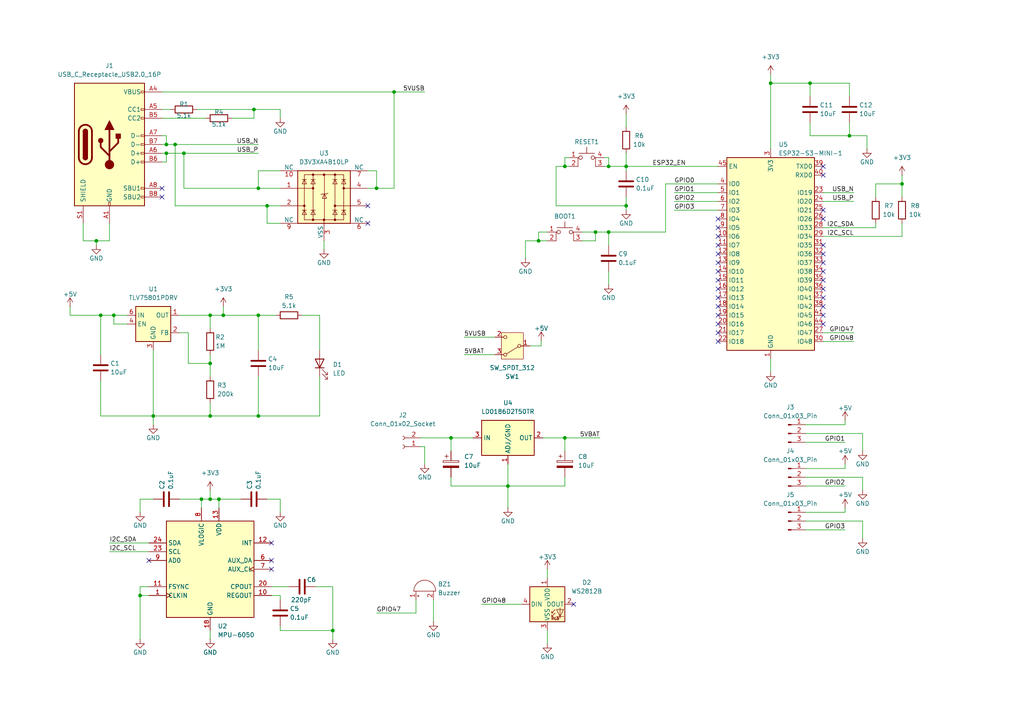
<source format=kicad_sch>
(kicad_sch (version 20231120) (generator "eeschema") (generator_version "8.0")
  (paper "A4")
  (lib_symbols
    (symbol "Connector:Conn_01x02_Socket" (pin_names (offset 1.016) hide)
      (property "Reference" "J" (at 0 2.54 0))
      (property "Value" "Conn_01x02_Socket" (at 0 -5.08 0))
      (symbol "Conn_01x02_Socket_1_1"
        (pin passive line (at -5.08 0 0) (length 3.81) (name "Pin_1") (number "1"))
        (pin passive line (at -5.08 -2.54 0) (length 3.81) (name "Pin_2") (number "2"))
      )
    )
    (symbol "Connector:Conn_01x03_Pin" (pin_names (offset 1.016) hide)
      (property "Reference" "J" (at 0 5.08 0))
      (property "Value" "Conn_01x03_Pin" (at 0 -5.08 0))
      (symbol "Conn_01x03_Pin_1_1"
        (pin passive line (at 5.08 2.54 180) (length 3.81) (name "Pin_1") (number "1"))
        (pin passive line (at 5.08 0 180) (length 3.81) (name "Pin_2") (number "2"))
        (pin passive line (at 5.08 -2.54 180) (length 3.81) (name "Pin_3") (number "3"))
      )
    )
    (symbol "Connector:USB_C_Receptacle_USB2.0_16P" (pin_names (offset 1.016))
      (property "Reference" "J" (at 0 22.225 0))
      (property "Value" "USB_C_Receptacle_USB2.0_16P" (at 0 19.685 0))
      (symbol "USB_C_Receptacle_USB2.0_16P_1_1"
        (pin passive line (at 0 -22.86 90) (length 5.08) (name "GND") (number "A1"))
        (pin passive line (at 0 -22.86 90) (length 5.08) hide (name "GND") (number "A12"))
        (pin passive line (at 15.24 15.24 180) (length 5.08) (name "VBUS") (number "A4"))
        (pin bidirectional line (at 15.24 10.16 180) (length 5.08) (name "CC1") (number "A5"))
        (pin bidirectional line (at 15.24 -2.54 180) (length 5.08) (name "D+") (number "A6"))
        (pin bidirectional line (at 15.24 2.54 180) (length 5.08) (name "D-") (number "A7"))
        (pin bidirectional line (at 15.24 -12.7 180) (length 5.08) (name "SBU1") (number "A8"))
        (pin passive line (at 15.24 15.24 180) (length 5.08) hide (name "VBUS") (number "A9"))
        (pin passive line (at 0 -22.86 90) (length 5.08) hide (name "GND") (number "B1"))
        (pin passive line (at 0 -22.86 90) (length 5.08) hide (name "GND") (number "B12"))
        (pin passive line (at 15.24 15.24 180) (length 5.08) hide (name "VBUS") (number "B4"))
        (pin bidirectional line (at 15.24 7.62 180) (length 5.08) (name "CC2") (number "B5"))
        (pin bidirectional line (at 15.24 -5.08 180) (length 5.08) (name "D+") (number "B6"))
        (pin bidirectional line (at 15.24 0 180) (length 5.08) (name "D-") (number "B7"))
        (pin bidirectional line (at 15.24 -15.24 180) (length 5.08) (name "SBU2") (number "B8"))
        (pin passive line (at 15.24 15.24 180) (length 5.08) hide (name "VBUS") (number "B9"))
        (pin passive line (at -7.62 -22.86 90) (length 5.08) (name "SHIELD") (number "S1"))
      )
    )
    (symbol "Device:Buzzer" (pin_names (offset 0.0254) hide)
      (property "Reference" "BZ" (at 3.81 1.27 0))
      (property "Value" "Buzzer" (at 3.81 -1.27 0))
      (symbol "Buzzer_1_1"
        (pin passive line (at -2.54 2.54 0) (length 2.54) (name "+") (number "1"))
        (pin passive line (at -2.54 -2.54 0) (length 2.54) (name "-") (number "2"))
      )
    )
    (symbol "Device:C" (pin_numbers hide) (pin_names (offset 0.254))
      (property "Reference" "C" (at 0.635 2.54 0))
      (property "Value" "C" (at 0.635 -2.54 0))
      (symbol "C_1_1"
        (pin passive line (at 0 3.81 270) (length 2.794) (name "~") (number "1"))
        (pin passive line (at 0 -3.81 90) (length 2.794) (name "~") (number "2"))
      )
    )
    (symbol "Device:C_Polarized" (pin_numbers hide) (pin_names (offset 0.254))
      (property "Reference" "C" (at 0.635 2.54 0))
      (property "Value" "C_Polarized" (at 0.635 -2.54 0))
      (symbol "C_Polarized_1_1"
        (pin passive line (at 0 3.81 270) (length 2.794) (name "~") (number "1"))
        (pin passive line (at 0 -3.81 90) (length 2.794) (name "~") (number "2"))
      )
    )
    (symbol "Device:LED" (pin_numbers hide) (pin_names (offset 1.016) hide)
      (property "Reference" "D" (at 0 2.54 0))
      (property "Value" "LED" (at 0 -2.54 0))
      (symbol "LED_1_1"
        (pin passive line (at -3.81 0 0) (length 2.54) (name "K") (number "1"))
        (pin passive line (at 3.81 0 180) (length 2.54) (name "A") (number "2"))
      )
    )
    (symbol "Device:R" (pin_numbers hide) (pin_names (offset 0))
      (property "Reference" "R" (at 2.032 0 90))
      (property "Value" "R" (at 0 0 90))
      (symbol "R_1_1"
        (pin passive line (at 0 3.81 270) (length 1.27) (name "~") (number "1"))
        (pin passive line (at 0 -3.81 90) (length 1.27) (name "~") (number "2"))
      )
    )
    (symbol "LED:WS2812B" (pin_names (offset 0.254))
      (property "Reference" "D" (at 5.08 5.715 0))
      (property "Value" "WS2812B" (at 1.27 -5.715 0))
      (symbol "WS2812B_0_0"
        (text "RGB" (at 2.286 -4.191 0) (effects (font (size 0.762 0.762))))
      )
      (symbol "WS2812B_1_1"
        (pin power_in line (at 0 7.62 270) (length 2.54) (name "VDD") (number "1"))
        (pin output line (at 7.62 0 180) (length 2.54) (name "DOUT") (number "2"))
        (pin power_in line (at 0 -7.62 90) (length 2.54) (name "VSS") (number "3"))
        (pin input line (at -7.62 0 0) (length 2.54) (name "DIN") (number "4"))
      )
    )
    (symbol "Power_Protection:D3V3XA4B10LP" (pin_names (offset 0))
      (property "Reference" "U" (at -0.635 8.89 0))
      (property "Value" "D3V3XA4B10LP" (at 8.89 -10.16 0))
      (symbol "D3V3XA4B10LP_1_1"
        (pin passive line (at -12.7 2.54 0) (length 5.08) (name "~") (number "1"))
        (pin free line (at -12.7 7.62 0) (length 5.08) (name "NC") (number "10"))
        (pin passive line (at -12.7 -2.54 0) (length 5.08) (name "~") (number "2"))
        (pin power_in line (at 0 -12.7 90) (length 5.08) (name "VSS") (number "3"))
        (pin passive line (at 12.7 2.54 180) (length 5.08) (name "~") (number "4"))
        (pin passive line (at 12.7 -2.54 180) (length 5.08) (name "~") (number "5"))
        (pin free line (at 12.7 -7.62 180) (length 5.08) (name "NC") (number "6"))
        (pin free line (at 12.7 7.62 180) (length 5.08) (name "NC") (number "7"))
        (pin passive line (at 0 -12.7 90) (length 5.08) hide (name "VSS") (number "8"))
        (pin free line (at -12.7 -7.62 0) (length 5.08) (name "NC") (number "9"))
      )
    )
    (symbol "RF_Module:ESP32-S3-MINI-1"
      (property "Reference" "U" (at -11.43 29.21 0))
      (property "Value" "ESP32-S3-MINI-1" (at 12.7 29.21 0))
      (symbol "ESP32-S3-MINI-1_1_1"
        (pin power_in line (at 0 -30.48 90) (length 2.54) (name "GND") (number "1"))
        (pin bidirectional line (at -15.24 5.08 0) (length 2.54) (name "IO6") (number "10"))
        (pin bidirectional line (at -15.24 2.54 0) (length 2.54) (name "IO7") (number "11"))
        (pin bidirectional line (at -15.24 0 0) (length 2.54) (name "IO8") (number "12"))
        (pin bidirectional line (at -15.24 -2.54 0) (length 2.54) (name "IO9") (number "13"))
        (pin bidirectional line (at -15.24 -5.08 0) (length 2.54) (name "IO10") (number "14"))
        (pin bidirectional line (at -15.24 -7.62 0) (length 2.54) (name "IO11") (number "15"))
        (pin bidirectional line (at -15.24 -10.16 0) (length 2.54) (name "IO12") (number "16"))
        (pin bidirectional line (at -15.24 -12.7 0) (length 2.54) (name "IO13") (number "17"))
        (pin bidirectional line (at -15.24 -15.24 0) (length 2.54) (name "IO14") (number "18"))
        (pin bidirectional line (at -15.24 -17.78 0) (length 2.54) (name "IO15") (number "19"))
        (pin passive line (at 0 -30.48 90) (length 2.54) hide (name "GND") (number "2"))
        (pin bidirectional line (at -15.24 -20.32 0) (length 2.54) (name "IO16") (number "20"))
        (pin bidirectional line (at -15.24 -22.86 0) (length 2.54) (name "IO17") (number "21"))
        (pin bidirectional line (at -15.24 -25.4 0) (length 2.54) (name "IO18") (number "22"))
        (pin bidirectional line (at 15.24 17.78 180) (length 2.54) (name "IO19") (number "23"))
        (pin bidirectional line (at 15.24 15.24 180) (length 2.54) (name "IO20") (number "24"))
        (pin bidirectional line (at 15.24 12.7 180) (length 2.54) (name "IO21") (number "25"))
        (pin bidirectional line (at 15.24 10.16 180) (length 2.54) (name "IO26") (number "26"))
        (pin bidirectional line (at 15.24 -22.86 180) (length 2.54) (name "IO47") (number "27"))
        (pin bidirectional line (at 15.24 7.62 180) (length 2.54) (name "IO33") (number "28"))
        (pin bidirectional line (at 15.24 5.08 180) (length 2.54) (name "IO34") (number "29"))
        (pin power_in line (at 0 30.48 270) (length 2.54) (name "3V3") (number "3"))
        (pin bidirectional line (at 15.24 -25.4 180) (length 2.54) (name "IO48") (number "30"))
        (pin bidirectional line (at 15.24 2.54 180) (length 2.54) (name "IO35") (number "31"))
        (pin bidirectional line (at 15.24 0 180) (length 2.54) (name "IO36") (number "32"))
        (pin bidirectional line (at 15.24 -2.54 180) (length 2.54) (name "IO37") (number "33"))
        (pin bidirectional line (at 15.24 -5.08 180) (length 2.54) (name "IO38") (number "34"))
        (pin bidirectional line (at 15.24 -7.62 180) (length 2.54) (name "IO39") (number "35"))
        (pin bidirectional line (at 15.24 -10.16 180) (length 2.54) (name "IO40") (number "36"))
        (pin bidirectional line (at 15.24 -12.7 180) (length 2.54) (name "IO41") (number "37"))
        (pin bidirectional line (at 15.24 -15.24 180) (length 2.54) (name "IO42") (number "38"))
        (pin bidirectional line (at 15.24 25.4 180) (length 2.54) (name "TXD0") (number "39"))
        (pin bidirectional line (at -15.24 20.32 0) (length 2.54) (name "IO0") (number "4"))
        (pin bidirectional line (at 15.24 22.86 180) (length 2.54) (name "RXD0") (number "40"))
        (pin bidirectional line (at 15.24 -17.78 180) (length 2.54) (name "IO45") (number "41"))
        (pin passive line (at 0 -30.48 90) (length 2.54) hide (name "GND") (number "42"))
        (pin passive line (at 0 -30.48 90) (length 2.54) hide (name "GND") (number "43"))
        (pin bidirectional line (at 15.24 -20.32 180) (length 2.54) (name "IO46") (number "44"))
        (pin input line (at -15.24 25.4 0) (length 2.54) (name "EN") (number "45"))
        (pin passive line (at 0 -30.48 90) (length 2.54) hide (name "GND") (number "46"))
        (pin passive line (at 0 -30.48 90) (length 2.54) hide (name "GND") (number "47"))
        (pin passive line (at 0 -30.48 90) (length 2.54) hide (name "GND") (number "48"))
        (pin passive line (at 0 -30.48 90) (length 2.54) hide (name "GND") (number "49"))
        (pin bidirectional line (at -15.24 17.78 0) (length 2.54) (name "IO1") (number "5"))
        (pin passive line (at 0 -30.48 90) (length 2.54) hide (name "GND") (number "50"))
        (pin passive line (at 0 -30.48 90) (length 2.54) hide (name "GND") (number "51"))
        (pin passive line (at 0 -30.48 90) (length 2.54) hide (name "GND") (number "52"))
        (pin passive line (at 0 -30.48 90) (length 2.54) hide (name "GND") (number "53"))
        (pin passive line (at 0 -30.48 90) (length 2.54) hide (name "GND") (number "54"))
        (pin passive line (at 0 -30.48 90) (length 2.54) hide (name "GND") (number "55"))
        (pin passive line (at 0 -30.48 90) (length 2.54) hide (name "GND") (number "56"))
        (pin passive line (at 0 -30.48 90) (length 2.54) hide (name "GND") (number "57"))
        (pin passive line (at 0 -30.48 90) (length 2.54) hide (name "GND") (number "58"))
        (pin passive line (at 0 -30.48 90) (length 2.54) hide (name "GND") (number "59"))
        (pin bidirectional line (at -15.24 15.24 0) (length 2.54) (name "IO2") (number "6"))
        (pin passive line (at 0 -30.48 90) (length 2.54) hide (name "GND") (number "60"))
        (pin passive line (at 0 -30.48 90) (length 2.54) hide (name "GND") (number "61"))
        (pin passive line (at 0 -30.48 90) (length 2.54) hide (name "GND") (number "62"))
        (pin passive line (at 0 -30.48 90) (length 2.54) hide (name "GND") (number "63"))
        (pin passive line (at 0 -30.48 90) (length 2.54) hide (name "GND") (number "64"))
        (pin passive line (at 0 -30.48 90) (length 2.54) hide (name "GND") (number "65"))
        (pin bidirectional line (at -15.24 12.7 0) (length 2.54) (name "IO3") (number "7"))
        (pin bidirectional line (at -15.24 10.16 0) (length 2.54) (name "IO4") (number "8"))
        (pin bidirectional line (at -15.24 7.62 0) (length 2.54) (name "IO5") (number "9"))
      )
    )
    (symbol "Regulator_Linear:LD0186D2T50TR"
      (property "Reference" "U" (at 0 10.16 0))
      (property "Value" "LD0186D2T50TR" (at 0 7.62 0))
      (symbol "LD0186D2T50TR_1_1"
        (pin input line (at 0 -7.62 90) (length 2.54) (name "ADJ/GND") (number "1"))
        (pin power_out line (at 10.16 0 180) (length 2.54) (name "OUT") (number "2"))
        (pin power_in line (at -10.16 0 0) (length 2.54) (name "IN") (number "3"))
      )
    )
    (symbol "Regulator_Linear:TLV75801PDRV"
      (property "Reference" "U" (at -3.81 6.35 0))
      (property "Value" "TLV75801PDRV" (at 0 6.35 0))
      (symbol "TLV75801PDRV_1_1"
        (pin power_out line (at 7.62 2.54 180) (length 2.54) (name "OUT") (number "1"))
        (pin input line (at 7.62 -2.54 180) (length 2.54) (name "FB") (number "2"))
        (pin power_in line (at 0 -7.62 90) (length 2.54) (name "GND") (number "3"))
        (pin input line (at -7.62 0 0) (length 2.54) (name "EN") (number "4"))
        (pin no_connect line (at 5.08 0 180) (length 2.54) hide (name "DNC") (number "5"))
        (pin power_in line (at -7.62 2.54 0) (length 2.54) (name "IN") (number "6"))
        (pin passive line (at 0 -7.62 90) (length 2.54) hide (name "GND") (number "7"))
      )
    )
    (symbol "Sensor_Motion:MPU-6050"
      (property "Reference" "U" (at -11.43 13.97 0))
      (property "Value" "MPU-6050" (at 7.62 -15.24 0))
      (symbol "MPU-6050_0_0"
        (text "" (at 12.7 -2.54 0) (effects (font (size 1.27 1.27))))
      )
      (symbol "MPU-6050_1_1"
        (pin input clock (at -17.78 -7.62 0) (length 5.08) (name "CLKIN") (number "1"))
        (pin passive line (at 17.78 -7.62 180) (length 5.08) (name "REGOUT") (number "10"))
        (pin input line (at -17.78 -5.08 0) (length 5.08) (name "FSYNC") (number "11"))
        (pin output line (at 17.78 7.62 180) (length 5.08) (name "INT") (number "12"))
        (pin power_in line (at 2.54 17.78 270) (length 3.81) (name "VDD") (number "13"))
        (pin no_connect line (at -12.7 -10.16 0) (length 2.54) hide (name "NC") (number "14"))
        (pin no_connect line (at 12.7 12.7 180) (length 2.54) hide (name "NC") (number "15"))
        (pin no_connect line (at 12.7 10.16 180) (length 2.54) hide (name "NC") (number "16"))
        (pin no_connect line (at 12.7 5.08 180) (length 2.54) hide (name "NC") (number "17"))
        (pin power_in line (at 0 -17.78 90) (length 3.81) (name "GND") (number "18"))
        (pin no_connect line (at 12.7 -10.16 180) (length 2.54) hide (name "RESV") (number "19"))
        (pin no_connect line (at -12.7 12.7 0) (length 2.54) hide (name "NC") (number "2"))
        (pin passive line (at 17.78 -5.08 180) (length 5.08) (name "CPOUT") (number "20"))
        (pin no_connect line (at 12.7 -2.54 180) (length 2.54) hide (name "RESV") (number "21"))
        (pin no_connect line (at 12.7 -12.7 180) (length 2.54) hide (name "RESV") (number "22"))
        (pin input line (at -17.78 5.08 0) (length 5.08) (name "SCL") (number "23"))
        (pin bidirectional line (at -17.78 7.62 0) (length 5.08) (name "SDA") (number "24"))
        (pin no_connect line (at -12.7 10.16 0) (length 2.54) hide (name "NC") (number "3"))
        (pin no_connect line (at -12.7 0 0) (length 2.54) hide (name "NC") (number "4"))
        (pin no_connect line (at -12.7 -2.54 0) (length 2.54) hide (name "NC") (number "5"))
        (pin bidirectional line (at 17.78 2.54 180) (length 5.08) (name "AUX_DA") (number "6"))
        (pin output clock (at 17.78 0 180) (length 5.08) (name "AUX_CL") (number "7"))
        (pin power_in line (at -2.54 17.78 270) (length 3.81) (name "VLOGIC") (number "8"))
        (pin input line (at -17.78 2.54 0) (length 5.08) (name "AD0") (number "9"))
      )
    )
    (symbol "Switch:SW_MEC_5E" (pin_names (offset 1.016) hide)
      (property "Reference" "SW" (at 0.635 5.715 0))
      (property "Value" "SW_MEC_5E" (at 0 -3.175 0))
      (symbol "SW_MEC_5E_0_1"
        (pin passive line (at -5.08 2.54 0) (length 2.54) (name "1") (number "1"))
        (pin passive line (at -5.08 0 0) (length 2.54) (name "2") (number "2"))
        (pin passive line (at 5.08 0 180) (length 2.54) (name "K") (number "3"))
        (pin passive line (at 5.08 2.54 180) (length 2.54) (name "A") (number "4"))
      )
    )
    (symbol "Switch:SW_SPDT_312" (pin_names (offset 1) hide)
      (property "Reference" "SW" (at 0 5.08 0))
      (property "Value" "SW_SPDT_312" (at 0 -5.08 0))
      (symbol "SW_SPDT_312_1_1"
        (pin passive line (at -5.08 0 0) (length 2.54) (name "B") (number "1"))
        (pin passive line (at 5.08 -2.54 180) (length 2.54) (name "C") (number "2"))
        (pin passive line (at 5.08 2.54 180) (length 2.54) (name "A") (number "3"))
      )
    )
    (symbol "power:+3V3" (power) (pin_numbers hide) (pin_names (offset 0) hide)
      (property "Value" "+3V3" (at 0 3.556 0))
      (symbol "+3V3_1_1"
        (pin power_in line (at 0 0 90) (length 0) (name "~") (number "1"))
      )
    )
    (symbol "power:+5V" (power) (pin_numbers hide) (pin_names (offset 0) hide)
      (property "Value" "+5V" (at 0 3.556 0))
      (symbol "+5V_1_1"
        (pin power_in line (at 0 0 90) (length 0) (name "~") (number "1"))
      )
    )
    (symbol "power:GND" (power) (pin_numbers hide) (pin_names (offset 0) hide)
      (property "Value" "GND" (at 0 -3.81 0))
      (symbol "GND_1_1"
        (pin power_in line (at 0 0 270) (length 0) (name "~") (number "1"))
      )
    )
  )
  (junction (at 58.42 144.78))
  (junction (at 74.93 91.44))
  (junction (at 96.52 182.88))
  (junction (at 109.22 54.61))
  (junction (at 114.3 26.67))
  (junction (at 60.96 91.44))
  (junction (at 74.93 54.61))
  (junction (at 60.96 120.65))
  (junction (at 163.83 48.26))
  (junction (at 63.5 144.78))
  (junction (at 223.52 24.13))
  (junction (at 29.21 91.44))
  (junction (at 60.96 105.41))
  (junction (at 163.83 127))
  (junction (at 77.47 59.69))
  (junction (at 130.81 127))
  (junction (at 27.94 69.85))
  (junction (at 44.45 120.65))
  (junction (at 74.93 120.65))
  (junction (at 64.77 91.44))
  (junction (at 60.96 144.78))
  (junction (at 50.8 41.91))
  (junction (at 172.72 67.31))
  (junction (at 147.32 140.97))
  (junction (at 176.53 67.31))
  (junction (at 73.66 31.75))
  (junction (at 261.62 53.34))
  (junction (at 176.53 48.26))
  (junction (at 181.61 48.26))
  (junction (at 156.21 69.85))
  (junction (at 234.95 24.13))
  (junction (at 40.64 172.72))
  (junction (at 48.26 41.91))
  (junction (at 33.02 91.44))
  (junction (at 181.61 59.69))
  (junction (at 246.38 39.37))
  (junction (at 48.26 44.45))
  (junction (at 53.34 44.45))
  (no_connect (at 238.76 86.36))
  (no_connect (at 46.99 54.61))
  (no_connect (at 78.74 162.56))
  (no_connect (at 46.99 57.15))
  (no_connect (at 238.76 71.12))
  (no_connect (at 238.76 78.74))
  (no_connect (at 106.68 64.77))
  (no_connect (at 208.28 71.12))
  (no_connect (at 166.37 175.26))
  (no_connect (at 208.28 81.28))
  (no_connect (at 238.76 76.2))
  (no_connect (at 208.28 96.52))
  (no_connect (at 238.76 91.44))
  (no_connect (at 208.28 88.9))
  (no_connect (at 238.76 60.96))
  (no_connect (at 238.76 73.66))
  (no_connect (at 208.28 86.36))
  (no_connect (at 78.74 157.48))
  (no_connect (at 238.76 48.26))
  (no_connect (at 208.28 99.06))
  (no_connect (at 238.76 93.98))
  (no_connect (at 208.28 91.44))
  (no_connect (at 238.76 83.82))
  (no_connect (at 208.28 73.66))
  (no_connect (at 106.68 59.69))
  (no_connect (at 208.28 63.5))
  (no_connect (at 238.76 63.5))
  (no_connect (at 238.76 50.8))
  (no_connect (at 208.28 76.2))
  (no_connect (at 208.28 93.98))
  (no_connect (at 43.18 162.56))
  (no_connect (at 208.28 66.04))
  (no_connect (at 238.76 81.28))
  (no_connect (at 208.28 78.74))
  (no_connect (at 78.74 165.1))
  (no_connect (at 208.28 83.82))
  (no_connect (at 208.28 68.58))
  (no_connect (at 238.76 88.9))
  (wire (pts (xy 53.34 44.45) (xy 53.34 54.61)))
  (wire (pts (xy 109.22 54.61) (xy 114.3 54.61)))
  (wire (pts (xy 233.68 153.67) (xy 245.11 153.67)))
  (wire (pts (xy 54.61 105.41) (xy 60.96 105.41)))
  (wire (pts (xy 60.96 105.41) (xy 60.96 109.22)))
  (wire (pts (xy 29.21 120.65) (xy 29.21 110.49)))
  (wire (pts (xy 158.75 67.31) (xy 156.21 67.31)))
  (wire (pts (xy 238.76 66.04) (xy 254 66.04)))
  (wire (pts (xy 161.29 59.69) (xy 161.29 48.26)))
  (wire (pts (xy 93.98 72.39) (xy 93.98 69.85)))
  (wire (pts (xy 245.11 121.92) (xy 245.11 123.19)))
  (wire (pts (xy 238.76 58.42) (xy 247.65 58.42)))
  (wire (pts (xy 40.64 144.78) (xy 44.45 144.78)))
  (wire (pts (xy 223.52 21.59) (xy 223.52 24.13)))
  (wire (pts (xy 233.68 140.97) (xy 245.11 140.97)))
  (wire (pts (xy 27.94 69.85) (xy 27.94 71.12)))
  (wire (pts (xy 238.76 55.88) (xy 247.65 55.88)))
  (wire (pts (xy 44.45 101.6) (xy 44.45 120.65)))
  (wire (pts (xy 60.96 182.88) (xy 60.96 185.42)))
  (wire (pts (xy 147.32 134.62) (xy 147.32 140.97)))
  (wire (pts (xy 181.61 36.83) (xy 181.61 33.02)))
  (wire (pts (xy 238.76 99.06) (xy 247.65 99.06)))
  (wire (pts (xy 27.94 69.85) (xy 31.75 69.85)))
  (wire (pts (xy 31.75 157.48) (xy 43.18 157.48)))
  (wire (pts (xy 44.45 120.65) (xy 44.45 123.19)))
  (wire (pts (xy 74.93 54.61) (xy 53.34 54.61)))
  (wire (pts (xy 77.47 59.69) (xy 50.8 59.69)))
  (wire (pts (xy 130.81 127) (xy 130.81 130.81)))
  (wire (pts (xy 109.22 49.53) (xy 109.22 54.61)))
  (wire (pts (xy 24.13 69.85) (xy 27.94 69.85)))
  (wire (pts (xy 60.96 120.65) (xy 44.45 120.65)))
  (wire (pts (xy 163.83 48.26) (xy 165.1 48.26)))
  (wire (pts (xy 48.26 46.99) (xy 48.26 44.45)))
  (wire (pts (xy 20.32 91.44) (xy 20.32 88.9)))
  (wire (pts (xy 121.92 127) (xy 130.81 127)))
  (wire (pts (xy 233.68 138.43) (xy 250.19 138.43)))
  (wire (pts (xy 181.61 48.26) (xy 208.28 48.26)))
  (wire (pts (xy 74.93 91.44) (xy 74.93 101.6)))
  (wire (pts (xy 250.19 125.73) (xy 250.19 130.81)))
  (wire (pts (xy 143.51 97.79) (xy 134.62 97.79)))
  (wire (pts (xy 139.7 175.26) (xy 151.13 175.26)))
  (wire (pts (xy 73.66 34.29) (xy 73.66 31.75)))
  (wire (pts (xy 33.02 93.98) (xy 33.02 91.44)))
  (wire (pts (xy 163.83 127) (xy 163.83 130.81)))
  (wire (pts (xy 81.28 54.61) (xy 74.93 54.61)))
  (wire (pts (xy 147.32 140.97) (xy 147.32 147.32)))
  (wire (pts (xy 81.28 172.72) (xy 81.28 173.99)))
  (wire (pts (xy 234.95 35.56) (xy 234.95 39.37)))
  (wire (pts (xy 73.66 31.75) (xy 81.28 31.75)))
  (wire (pts (xy 60.96 91.44) (xy 64.77 91.44)))
  (wire (pts (xy 176.53 67.31) (xy 193.04 67.31)))
  (wire (pts (xy 54.61 96.52) (xy 54.61 105.41)))
  (wire (pts (xy 246.38 35.56) (xy 246.38 39.37)))
  (wire (pts (xy 96.52 170.18) (xy 96.52 182.88)))
  (wire (pts (xy 156.21 69.85) (xy 158.75 69.85)))
  (wire (pts (xy 60.96 116.84) (xy 60.96 120.65)))
  (wire (pts (xy 29.21 91.44) (xy 29.21 102.87)))
  (wire (pts (xy 50.8 41.91) (xy 50.8 59.69)))
  (wire (pts (xy 234.95 24.13) (xy 246.38 24.13)))
  (wire (pts (xy 156.21 69.85) (xy 152.4 69.85)))
  (wire (pts (xy 29.21 91.44) (xy 33.02 91.44)))
  (wire (pts (xy 233.68 125.73) (xy 250.19 125.73)))
  (wire (pts (xy 114.3 26.67) (xy 123.19 26.67)))
  (wire (pts (xy 172.72 69.85) (xy 172.72 67.31)))
  (wire (pts (xy 176.53 48.26) (xy 181.61 48.26)))
  (wire (pts (xy 193.04 53.34) (xy 208.28 53.34)))
  (wire (pts (xy 195.58 55.88) (xy 208.28 55.88)))
  (wire (pts (xy 44.45 120.65) (xy 29.21 120.65)))
  (wire (pts (xy 123.19 129.54) (xy 123.19 134.62)))
  (wire (pts (xy 63.5 144.78) (xy 63.5 147.32)))
  (wire (pts (xy 223.52 24.13) (xy 234.95 24.13)))
  (wire (pts (xy 163.83 138.43) (xy 163.83 140.97)))
  (wire (pts (xy 60.96 91.44) (xy 52.07 91.44)))
  (wire (pts (xy 245.11 123.19) (xy 233.68 123.19)))
  (wire (pts (xy 46.99 44.45) (xy 48.26 44.45)))
  (wire (pts (xy 176.53 78.74) (xy 176.53 82.55)))
  (wire (pts (xy 121.92 129.54) (xy 123.19 129.54)))
  (wire (pts (xy 63.5 144.78) (xy 69.85 144.78)))
  (wire (pts (xy 60.96 142.24) (xy 60.96 144.78)))
  (wire (pts (xy 78.74 170.18) (xy 83.82 170.18)))
  (wire (pts (xy 251.46 39.37) (xy 251.46 43.18)))
  (wire (pts (xy 193.04 67.31) (xy 193.04 53.34)))
  (wire (pts (xy 181.61 57.15) (xy 181.61 59.69)))
  (wire (pts (xy 92.71 120.65) (xy 74.93 120.65)))
  (wire (pts (xy 20.32 91.44) (xy 29.21 91.44)))
  (wire (pts (xy 46.99 34.29) (xy 59.69 34.29)))
  (wire (pts (xy 233.68 128.27) (xy 245.11 128.27)))
  (wire (pts (xy 254 57.15) (xy 254 53.34)))
  (wire (pts (xy 74.93 49.53) (xy 74.93 54.61)))
  (wire (pts (xy 50.8 41.91) (xy 74.93 41.91)))
  (wire (pts (xy 161.29 48.26) (xy 163.83 48.26)))
  (wire (pts (xy 40.64 148.59) (xy 40.64 144.78)))
  (wire (pts (xy 163.83 127) (xy 173.99 127)))
  (wire (pts (xy 60.96 95.25) (xy 60.96 91.44)))
  (wire (pts (xy 175.26 48.26) (xy 176.53 48.26)))
  (wire (pts (xy 157.48 127) (xy 163.83 127)))
  (wire (pts (xy 156.972 100.33) (xy 153.67 100.33)))
  (wire (pts (xy 158.75 167.64) (xy 158.75 165.1)))
  (wire (pts (xy 52.07 96.52) (xy 54.61 96.52)))
  (wire (pts (xy 261.62 50.8) (xy 261.62 53.34)))
  (wire (pts (xy 48.26 39.37) (xy 48.26 41.91)))
  (wire (pts (xy 223.52 43.18) (xy 223.52 24.13)))
  (wire (pts (xy 46.99 46.99) (xy 48.26 46.99)))
  (wire (pts (xy 158.75 186.69) (xy 158.75 182.88)))
  (wire (pts (xy 125.73 180.34) (xy 125.73 173.99)))
  (wire (pts (xy 46.99 26.67) (xy 114.3 26.67)))
  (wire (pts (xy 74.93 109.22) (xy 74.93 120.65)))
  (wire (pts (xy 245.11 148.59) (xy 233.68 148.59)))
  (wire (pts (xy 46.99 39.37) (xy 48.26 39.37)))
  (wire (pts (xy 57.15 31.75) (xy 73.66 31.75)))
  (wire (pts (xy 233.68 151.13) (xy 250.19 151.13)))
  (wire (pts (xy 181.61 44.45) (xy 181.61 48.26)))
  (wire (pts (xy 223.52 104.14) (xy 223.52 107.95)))
  (wire (pts (xy 234.95 39.37) (xy 246.38 39.37)))
  (wire (pts (xy 254 53.34) (xy 261.62 53.34)))
  (wire (pts (xy 31.75 64.77) (xy 31.75 69.85)))
  (wire (pts (xy 168.91 67.31) (xy 172.72 67.31)))
  (wire (pts (xy 31.75 160.02) (xy 43.18 160.02)))
  (wire (pts (xy 106.68 54.61) (xy 109.22 54.61)))
  (wire (pts (xy 81.28 64.77) (xy 77.47 64.77)))
  (wire (pts (xy 64.77 88.9) (xy 64.77 91.44)))
  (wire (pts (xy 172.72 67.31) (xy 176.53 67.31)))
  (wire (pts (xy 81.28 31.75) (xy 81.28 34.29)))
  (wire (pts (xy 52.07 144.78) (xy 58.42 144.78)))
  (wire (pts (xy 261.62 68.58) (xy 261.62 64.77)))
  (wire (pts (xy 81.28 181.61) (xy 81.28 182.88)))
  (wire (pts (xy 245.11 147.32) (xy 245.11 148.59)))
  (wire (pts (xy 163.83 140.97) (xy 147.32 140.97)))
  (wire (pts (xy 40.64 170.18) (xy 40.64 172.72)))
  (wire (pts (xy 176.53 67.31) (xy 176.53 71.12)))
  (wire (pts (xy 152.4 69.85) (xy 152.4 74.93)))
  (wire (pts (xy 81.28 148.59) (xy 81.28 144.78)))
  (wire (pts (xy 92.71 91.44) (xy 92.71 101.6)))
  (wire (pts (xy 64.77 91.44) (xy 74.93 91.44)))
  (wire (pts (xy 250.19 138.43) (xy 250.19 142.24)))
  (wire (pts (xy 48.26 41.91) (xy 50.8 41.91)))
  (wire (pts (xy 250.19 151.13) (xy 250.19 156.21)))
  (wire (pts (xy 130.81 138.43) (xy 130.81 140.97)))
  (wire (pts (xy 92.71 109.22) (xy 92.71 120.65)))
  (wire (pts (xy 165.1 45.72) (xy 163.83 45.72)))
  (wire (pts (xy 181.61 59.69) (xy 181.61 60.96)))
  (wire (pts (xy 40.64 172.72) (xy 40.64 185.42)))
  (wire (pts (xy 67.31 34.29) (xy 73.66 34.29)))
  (wire (pts (xy 81.28 59.69) (xy 77.47 59.69)))
  (wire (pts (xy 120.65 173.99) (xy 120.65 177.8)))
  (wire (pts (xy 181.61 48.26) (xy 181.61 49.53)))
  (wire (pts (xy 24.13 64.77) (xy 24.13 69.85)))
  (wire (pts (xy 175.26 45.72) (xy 176.53 45.72)))
  (wire (pts (xy 74.93 120.65) (xy 60.96 120.65)))
  (wire (pts (xy 106.68 49.53) (xy 109.22 49.53)))
  (wire (pts (xy 53.34 44.45) (xy 74.93 44.45)))
  (wire (pts (xy 161.29 59.69) (xy 181.61 59.69)))
  (wire (pts (xy 60.96 102.87) (xy 60.96 105.41)))
  (wire (pts (xy 245.11 135.89) (xy 233.68 135.89)))
  (wire (pts (xy 91.44 170.18) (xy 96.52 170.18)))
  (wire (pts (xy 143.51 102.87) (xy 134.62 102.87)))
  (wire (pts (xy 114.3 54.61) (xy 114.3 26.67)))
  (wire (pts (xy 261.62 53.34) (xy 261.62 57.15)))
  (wire (pts (xy 60.96 144.78) (xy 63.5 144.78)))
  (wire (pts (xy 246.38 39.37) (xy 251.46 39.37)))
  (wire (pts (xy 46.99 31.75) (xy 49.53 31.75)))
  (wire (pts (xy 156.972 100.33) (xy 156.972 98.806)))
  (wire (pts (xy 238.76 68.58) (xy 261.62 68.58)))
  (wire (pts (xy 48.26 44.45) (xy 53.34 44.45)))
  (wire (pts (xy 77.47 64.77) (xy 77.47 59.69)))
  (wire (pts (xy 81.28 49.53) (xy 74.93 49.53)))
  (wire (pts (xy 87.63 91.44) (xy 92.71 91.44)))
  (wire (pts (xy 130.81 140.97) (xy 147.32 140.97)))
  (wire (pts (xy 195.58 58.42) (xy 208.28 58.42)))
  (wire (pts (xy 78.74 172.72) (xy 81.28 172.72)))
  (wire (pts (xy 40.64 172.72) (xy 43.18 172.72)))
  (wire (pts (xy 246.38 27.94) (xy 246.38 24.13)))
  (wire (pts (xy 168.91 69.85) (xy 172.72 69.85)))
  (wire (pts (xy 156.21 67.31) (xy 156.21 69.85)))
  (wire (pts (xy 81.28 182.88) (xy 96.52 182.88)))
  (wire (pts (xy 43.18 170.18) (xy 40.64 170.18)))
  (wire (pts (xy 109.22 177.8) (xy 120.65 177.8)))
  (wire (pts (xy 33.02 91.44) (xy 36.83 91.44)))
  (wire (pts (xy 163.83 45.72) (xy 163.83 48.26)))
  (wire (pts (xy 254 64.77) (xy 254 66.04)))
  (wire (pts (xy 46.99 41.91) (xy 48.26 41.91)))
  (wire (pts (xy 81.28 144.78) (xy 77.47 144.78)))
  (wire (pts (xy 176.53 45.72) (xy 176.53 48.26)))
  (wire (pts (xy 74.93 91.44) (xy 80.01 91.44)))
  (wire (pts (xy 36.83 93.98) (xy 33.02 93.98)))
  (wire (pts (xy 195.58 60.96) (xy 208.28 60.96)))
  (wire (pts (xy 58.42 144.78) (xy 60.96 144.78)))
  (wire (pts (xy 130.81 127) (xy 137.16 127)))
  (wire (pts (xy 234.95 24.13) (xy 234.95 27.94)))
  (wire (pts (xy 245.11 134.62) (xy 245.11 135.89)))
  (wire (pts (xy 58.42 144.78) (xy 58.42 147.32)))
  (wire (pts (xy 238.76 96.52) (xy 247.65 96.52)))
  (wire (pts (xy 96.52 182.88) (xy 96.52 185.42)))
  (label "5VUSB" (at 123.19 26.67 180))
  (label "I2C_SCL" (at 31.75 160.02 0))
  (label "I2C_SDA" (at 31.75 157.48 0))
  (label "GPIO47" (at 247.65 96.52 180))
  (label "USB_N" (at 247.65 55.88 180))
  (label "GPIO1" (at 245.11 128.27 180))
  (label "I2C_SCL" (at 247.65 68.58 180))
  (label "5VUSB" (at 134.62 97.79 0))
  (label "I2C_SDA" (at 247.65 66.04 180))
  (label "GPIO3" (at 195.58 60.96 0))
  (label "5VBAT" (at 134.62 102.87 0))
  (label "GPIO1" (at 195.58 55.88 0))
  (label "GPIO2" (at 195.58 58.42 0))
  (label "GPIO48" (at 139.7 175.26 0))
  (label "GPIO2" (at 245.11 140.97 180))
  (label "GPIO48" (at 247.65 99.06 180))
  (label "5VBAT" (at 173.99 127 180))
  (label "USB_P" (at 247.65 58.42 180))
  (label "GPIO0" (at 195.58 53.34 0))
  (label "GPIO47" (at 109.22 177.8 0))
  (label "USB_P" (at 74.93 44.45 180))
  (label "ESP32_EN" (at 189.23 48.26 0))
  (label "GPIO3" (at 245.11 153.67 180))
  (label "USB_N" (at 74.93 41.91 180))
  (symbol (lib_id "Device:C") (at 87.63 170.18 90) (unit 1)
    (property "Reference" "C6" (at 91.694 168.148 90) (effects (justify left)))
    (property "Value" "220pF" (at 90.424 173.99 90) (effects (justify left)))
    (property "Footprint" "Capacitor_SMD:C_0603_1608Metric" (effects (hide yes)))
    (property "Description" "Unpolarized capacitor" (effects (hide yes)))
  )
  (symbol (lib_id "power:+5V") (at 245.11 134.62 0) (unit 1)
    (property "Reference" "#PWR026" (effects (hide yes)))
    (property "Value" "+5V" (at 245.11 130.81 0))
    (property "Description" "Power symbol creates a global label with name \"+5V\"" (effects (hide yes)))
  )
  (symbol (lib_id "power:GND") (at 152.4 74.93 0) (unit 1)
    (property "Reference" "#PWR016" (effects (hide yes)))
    (property "Value" "GND" (at 152.4 78.74 0))
    (property "Description" "Power symbol creates a global label with name \"GND\" , ground" (effects (hide yes)))
  )
  (symbol (lib_id "power:GND") (at 40.64 185.42 0) (unit 1)
    (property "Reference" "#PWR04" (effects (hide yes)))
    (property "Value" "GND" (at 40.64 189.23 0))
    (property "Description" "Power symbol creates a global label with name \"GND\" , ground" (effects (hide yes)))
  )
  (symbol (lib_id "Device:R") (at 181.61 40.64 180) (unit 1)
    (property "Reference" "R6" (at 185.42 39.37 0))
    (property "Value" "10k" (at 185.42 41.91 0))
    (property "Footprint" "Resistor_SMD:R_0603_1608Metric" (effects (hide yes)))
    (property "Description" "Resistor" (effects (hide yes)))
  )
  (symbol (lib_id "power:GND") (at 250.19 130.81 0) (unit 1)
    (property "Reference" "#PWR028" (effects (hide yes)))
    (property "Value" "GND" (at 250.19 134.62 0))
    (property "Description" "Power symbol creates a global label with name \"GND\" , ground" (effects (hide yes)))
  )
  (symbol (lib_id "power:GND") (at 96.52 185.42 0) (unit 1)
    (property "Reference" "#PWR012" (effects (hide yes)))
    (property "Value" "GND" (at 96.52 189.23 0))
    (property "Description" "Power symbol creates a global label with name \"GND\" , ground" (effects (hide yes)))
  )
  (symbol (lib_id "power:+5V") (at 245.11 147.32 0) (unit 1)
    (property "Reference" "#PWR027" (effects (hide yes)))
    (property "Value" "+5V" (at 245.11 143.51 0))
    (property "Description" "Power symbol creates a global label with name \"+5V\"" (effects (hide yes)))
  )
  (symbol (lib_id "power:+3V3") (at 261.62 50.8 0) (unit 1)
    (property "Reference" "#PWR032" (effects (hide yes)))
    (property "Value" "+3V3" (at 261.62 45.72 0))
    (property "Description" "Power symbol creates a global label with name \"+3V3\"" (effects (hide yes)))
  )
  (symbol (lib_id "power:GND") (at 81.28 34.29 0) (unit 1)
    (property "Reference" "#PWR09" (effects (hide yes)))
    (property "Value" "GND" (at 81.28 38.1 0))
    (property "Description" "Power symbol creates a global label with name \"GND\" , ground" (effects (hide yes)))
  )
  (symbol (lib_id "power:GND") (at 93.98 72.39 0) (unit 1)
    (property "Reference" "#PWR011" (effects (hide yes)))
    (property "Value" "GND" (at 93.98 76.2 0))
    (property "Description" "Power symbol creates a global label with name \"GND\" , ground" (effects (hide yes)))
  )
  (symbol (lib_id "Connector:Conn_01x03_Pin") (at 228.6 151.13 0) (unit 1)
    (property "Reference" "J5" (at 229.235 143.51 0))
    (property "Value" "Conn_01x03_Pin" (at 229.235 146.05 0))
    (property "Footprint" "Connector_PinHeader_2.54mm:PinHeader_1x03_P2.54mm_Vertical" (effects (hide yes)))
    (property "Description" "Generic connector, single row, 01x03, script generated" (effects (hide yes)))
  )
  (symbol (lib_id "power:GND") (at 40.64 148.59 0) (unit 1)
    (property "Reference" "#PWR03" (effects (hide yes)))
    (property "Value" "GND" (at 40.64 152.4 0))
    (property "Description" "Power symbol creates a global label with name \"GND\" , ground" (effects (hide yes)))
  )
  (symbol (lib_id "Power_Protection:D3V3XA4B10LP") (at 93.98 57.15 0) (unit 1)
    (property "Reference" "U3" (at 93.98 44.45 0))
    (property "Value" "D3V3XA4B10LP" (at 93.98 46.99 0))
    (property "Footprint" "Package_DFN_QFN:Diodes_UDFN-10_1.0x2.5mm_P0.5mm" (effects (hide yes)))
    (property "Datasheet" "https://www.diodes.com/assets/Datasheets/D3V3XA4B10LP.pdf" (effects (hide yes)))
    (property "Description" "4-Channel Low Capacitance TVS Diode Array, DFN-10" (effects (hide yes)))
  )
  (symbol (lib_id "power:GND") (at 250.19 156.21 0) (unit 1)
    (property "Reference" "#PWR030" (effects (hide yes)))
    (property "Value" "GND" (at 250.19 160.02 0))
    (property "Description" "Power symbol creates a global label with name \"GND\" , ground" (effects (hide yes)))
  )
  (symbol (lib_id "RF_Module:ESP32-S3-MINI-1") (at 223.52 73.66 0) (unit 1)
    (property "Reference" "U5" (at 225.806 41.91 0) (effects (justify left)))
    (property "Value" "ESP32-S3-MINI-1" (at 225.806 44.45 0) (effects (justify left)))
    (property "Footprint" "ESP32:XCVR_ESP32-S3-MINI-1-N8" (effects (hide yes)))
    (property "Datasheet" "https://www.espressif.com/sites/default/files/documentation/esp32-s3-mini-1_mini-1u_datasheet_en.pdf" (effects (hide yes)))
    (property "Description" "RF Module, ESP32-S3 SoC, Wi-Fi 802.11b/g/n, Bluetooth, BLE, 32-bit, 3.3V, SMD, onboard antenna" (effects (hide yes)))
  )
  (symbol (lib_id "power:GND") (at 158.75 186.69 0) (unit 1)
    (property "Reference" "#PWR019" (effects (hide yes)))
    (property "Value" "GND" (at 158.75 190.5 0))
    (property "Description" "Power symbol creates a global label with name \"GND\" , ground" (effects (hide yes)))
  )
  (symbol (lib_id "power:GND") (at 181.61 60.96 0) (unit 1)
    (property "Reference" "#PWR022" (effects (hide yes)))
    (property "Value" "GND" (at 181.61 64.77 0))
    (property "Description" "Power symbol creates a global label with name \"GND\" , ground" (effects (hide yes)))
  )
  (symbol (lib_id "power:+5V") (at 245.11 121.92 0) (unit 1)
    (property "Reference" "#PWR025" (effects (hide yes)))
    (property "Value" "+5V" (at 245.11 118.364 0))
    (property "Description" "Power symbol creates a global label with name \"+5V\"" (effects (hide yes)))
  )
  (symbol (lib_id "power:+3V3") (at 181.61 33.02 0) (unit 1)
    (property "Reference" "#PWR021" (effects (hide yes)))
    (property "Value" "+3V3" (at 181.61 27.94 0))
    (property "Description" "Power symbol creates a global label with name \"+3V3\"" (effects (hide yes)))
  )
  (symbol (lib_id "Switch:SW_MEC_5E") (at 163.83 69.85 0) (unit 1)
    (property "Reference" "BOOT1" (at 163.83 62.738 0))
    (property "Value" "SW_MEC_5E" (effects (hide yes)))
    (property "Footprint" "Button_Switch_SMD:SW_SPST_PTS810" (effects (hide yes)))
    (property "Datasheet" "http://www.apem.com/int/index.php?controller=attachment&id_attachment=1371" (effects (hide yes)))
    (property "Description" "MEC 5E single pole normally-open tactile switch" (effects (hide yes)))
  )
  (symbol (lib_id "power:GND") (at 60.96 185.42 0) (unit 1)
    (property "Reference" "#PWR07" (effects (hide yes)))
    (property "Value" "GND" (at 60.96 189.23 0))
    (property "Description" "Power symbol creates a global label with name \"GND\" , ground" (effects (hide yes)))
  )
  (symbol (lib_id "Device:C") (at 181.61 53.34 0) (unit 1)
    (property "Reference" "C10" (at 184.404 52.07 0) (effects (justify left)))
    (property "Value" "0.1uF" (at 184.404 54.61 0) (effects (justify left)))
    (property "Footprint" "Capacitor_SMD:C_0603_1608Metric" (effects (hide yes)))
    (property "Description" "Unpolarized capacitor" (effects (hide yes)))
  )
  (symbol (lib_id "power:GND") (at 81.28 148.59 0) (unit 1)
    (property "Reference" "#PWR010" (effects (hide yes)))
    (property "Value" "GND" (at 81.28 152.4 0))
    (property "Description" "Power symbol creates a global label with name \"GND\" , ground" (effects (hide yes)))
  )
  (symbol (lib_id "Regulator_Linear:TLV75801PDRV") (at 44.45 93.98 0) (unit 1)
    (property "Reference" "U1" (at 44.45 83.82 0))
    (property "Value" "TLV75801PDRV" (at 44.45 86.36 0))
    (property "Footprint" "Package_SON:WSON-6-1EP_2x2mm_P0.65mm_EP1x1.6mm" (effects (hide yes)))
    (property "Datasheet" "https://www.ti.com/lit/ds/symlink/tlv758p.pdf" (effects (hide yes)))
    (property "Description" "500mA Low-Dropout Linear Regulator, Adjustable Output, WSON-6" (effects (hide yes)))
  )
  (symbol (lib_id "Device:C") (at 48.26 144.78 90) (unit 1)
    (property "Reference" "C2" (at 46.99 141.986 0) (effects (justify left)))
    (property "Value" "0.1uF" (at 49.53 141.986 0) (effects (justify left)))
    (property "Footprint" "Capacitor_SMD:C_0603_1608Metric" (effects (hide yes)))
    (property "Description" "Unpolarized capacitor" (effects (hide yes)))
  )
  (symbol (lib_id "Device:C") (at 246.38 31.75 0) (unit 1)
    (property "Reference" "C12" (at 249.174 30.48 0) (effects (justify left)))
    (property "Value" "10uF" (at 249.174 33.02 0) (effects (justify left)))
    (property "Footprint" "Capacitor_SMD:C_0603_1608Metric" (effects (hide yes)))
    (property "Description" "Unpolarized capacitor" (effects (hide yes)))
  )
  (symbol (lib_id "power:GND") (at 44.45 123.19 0) (unit 1)
    (property "Reference" "#PWR05" (effects (hide yes)))
    (property "Value" "GND" (at 44.45 127 0))
    (property "Description" "Power symbol creates a global label with name \"GND\" , ground" (effects (hide yes)))
  )
  (symbol (lib_id "power:GND") (at 223.52 107.95 0) (unit 1)
    (property "Reference" "#PWR024" (effects (hide yes)))
    (property "Value" "GND" (at 223.52 111.76 0))
    (property "Description" "Power symbol creates a global label with name \"GND\" , ground" (effects (hide yes)))
  )
  (symbol (lib_id "power:+3V3") (at 60.96 142.24 0) (unit 1)
    (property "Reference" "#PWR06" (effects (hide yes)))
    (property "Value" "+3V3" (at 60.96 137.16 0))
    (property "Description" "Power symbol creates a global label with name \"+3V3\"" (effects (hide yes)))
  )
  (symbol (lib_id "power:GND") (at 176.53 82.55 0) (unit 1)
    (property "Reference" "#PWR020" (effects (hide yes)))
    (property "Value" "GND" (at 176.53 86.36 0))
    (property "Description" "Power symbol creates a global label with name \"GND\" , ground" (effects (hide yes)))
  )
  (symbol (lib_id "Device:Buzzer") (at 123.19 171.45 90) (unit 1)
    (property "Reference" "BZ1" (at 127 169.4248 90) (effects (justify right)))
    (property "Value" "Buzzer" (at 127 171.9648 90) (effects (justify right)))
    (property "Footprint" "Buzzer_Beeper:Buzzer_Murata_PKMCS0909E" (effects (hide yes)))
    (property "Description" "Buzzer, polarized" (effects (hide yes)))
  )
  (symbol (lib_id "Device:C_Polarized") (at 163.83 134.62 0) (unit 1)
    (property "Reference" "C8" (at 167.64 132.4609 0) (effects (justify left)))
    (property "Value" "10uF" (at 167.64 135.0009 0) (effects (justify left)))
    (property "Footprint" "Capacitor_SMD:C_0805_2012Metric" (effects (hide yes)))
    (property "Description" "Polarized capacitor" (effects (hide yes)))
  )
  (symbol (lib_id "Device:R") (at 83.82 91.44 90) (unit 1)
    (property "Reference" "R5" (at 83.82 86.106 90))
    (property "Value" "5.1k" (at 83.82 88.646 90))
    (property "Footprint" "Resistor_SMD:R_0603_1608Metric" (effects (hide yes)))
    (property "Description" "Resistor" (effects (hide yes)))
  )
  (symbol (lib_id "Device:R") (at 63.5 34.29 90) (unit 1)
    (property "Reference" "R4" (at 63.5 32.512 90))
    (property "Value" "5.1k" (at 63.5 36.068 90))
    (property "Footprint" "Resistor_SMD:R_0603_1608Metric" (effects (hide yes)))
    (property "Description" "Resistor" (effects (hide yes)))
  )
  (symbol (lib_id "power:+3V3") (at 158.75 165.1 0) (unit 1)
    (property "Reference" "#PWR018" (effects (hide yes)))
    (property "Value" "+3V3" (at 158.75 161.544 0))
    (property "Description" "Power symbol creates a global label with name \"+3V3\"" (effects (hide yes)))
  )
  (symbol (lib_id "power:GND") (at 27.94 71.12 0) (unit 1)
    (property "Reference" "#PWR02" (effects (hide yes)))
    (property "Value" "GND" (at 27.94 74.93 0))
    (property "Description" "Power symbol creates a global label with name \"GND\" , ground" (effects (hide yes)))
  )
  (symbol (lib_id "Sensor_Motion:MPU-6050") (at 60.96 165.1 0) (unit 1)
    (property "Reference" "U2" (at 63.1541 181.61 0) (effects (justify left)))
    (property "Value" "MPU-6050" (at 63.1541 184.15 0) (effects (justify left)))
    (property "Footprint" "Sensor_Motion:InvenSense_QFN-24_4x4mm_P0.5mm" (effects (hide yes)))
    (property "Datasheet" "https://invensense.tdk.com/wp-content/uploads/2015/02/MPU-6000-Datasheet1.pdf" (effects (hide yes)))
    (property "Description" "InvenSense 6-Axis Motion Sensor, Gyroscope, Accelerometer, I2C" (effects (hide yes)))
  )
  (symbol (lib_id "Device:C") (at 234.95 31.75 0) (unit 1)
    (property "Reference" "C11" (at 237.744 30.48 0) (effects (justify left)))
    (property "Value" "10uF" (at 237.744 33.02 0) (effects (justify left)))
    (property "Footprint" "Capacitor_SMD:C_0603_1608Metric" (effects (hide yes)))
    (property "Description" "Unpolarized capacitor" (effects (hide yes)))
  )
  (symbol (lib_id "Connector:USB_C_Receptacle_USB2.0_16P") (at 31.75 41.91 0) (unit 1)
    (property "Reference" "J1" (at 31.75 19.05 0))
    (property "Value" "USB_C_Receptacle_USB2.0_16P" (at 31.75 21.59 0))
    (property "Footprint" "Connector_USB:USB_C_Receptacle_GCT_USB4105-xx-A_16P_TopMnt_Horizontal" (effects (hide yes)))
    (property "Datasheet" "https://www.usb.org/sites/default/files/documents/usb_type-c.zip" (effects (hide yes)))
    (property "Description" "USB 2.0-only 16P Type-C Receptacle connector" (effects (hide yes)))
  )
  (symbol (lib_id "Regulator_Linear:LD0186D2T50TR") (at 147.32 127 0) (unit 1)
    (property "Reference" "U4" (at 147.32 116.84 0))
    (property "Value" "LD0186D2T50TR" (at 147.32 119.38 0))
    (property "Footprint" "Package_TO_SOT_SMD:TO-263-2" (effects (hide yes)))
    (property "Datasheet" "https://www.st.com/resource/en/datasheet/ld1086.pdf" (effects (hide yes)))
    (property "Description" "Positive, 1.5A 30V, Linear Regulator, Fixed Output 5V, TO-263" (effects (hide yes)))
  )
  (symbol (lib_id "power:+3V3") (at 64.77 88.9 0) (unit 1)
    (property "Reference" "#PWR08" (effects (hide yes)))
    (property "Value" "+3V3" (at 64.77 83.82 0))
    (property "Description" "Power symbol creates a global label with name \"+3V3\"" (effects (hide yes)))
  )
  (symbol (lib_id "Device:C") (at 74.93 105.41 0) (unit 1)
    (property "Reference" "C4" (at 77.724 104.14 0) (effects (justify left)))
    (property "Value" "10uF" (at 77.724 106.68 0) (effects (justify left)))
    (property "Footprint" "Capacitor_SMD:C_0603_1608Metric" (effects (hide yes)))
    (property "Description" "Unpolarized capacitor" (effects (hide yes)))
  )
  (symbol (lib_id "power:GND") (at 125.73 180.34 0) (unit 1)
    (property "Reference" "#PWR014" (effects (hide yes)))
    (property "Value" "GND" (at 125.73 184.15 0))
    (property "Description" "Power symbol creates a global label with name \"GND\" , ground" (effects (hide yes)))
  )
  (symbol (lib_id "power:+3V3") (at 223.52 21.59 0) (unit 1)
    (property "Reference" "#PWR023" (effects (hide yes)))
    (property "Value" "+3V3" (at 223.52 16.51 0))
    (property "Description" "Power symbol creates a global label with name \"+3V3\"" (effects (hide yes)))
  )
  (symbol (lib_id "Switch:SW_MEC_5E") (at 170.18 48.26 0) (unit 1)
    (property "Reference" "RESET1" (at 170.18 41.148 0))
    (property "Value" "SW_MEC_5E" (effects (hide yes)))
    (property "Footprint" "Button_Switch_SMD:SW_SPST_PTS810" (effects (hide yes)))
    (property "Datasheet" "http://www.apem.com/int/index.php?controller=attachment&id_attachment=1371" (effects (hide yes)))
    (property "Description" "MEC 5E single pole normally-open tactile switch" (effects (hide yes)))
  )
  (symbol (lib_id "Device:C") (at 81.28 177.8 0) (unit 1)
    (property "Reference" "C5" (at 84.074 176.53 0) (effects (justify left)))
    (property "Value" "0.1uF" (at 84.074 179.07 0) (effects (justify left)))
    (property "Footprint" "Capacitor_SMD:C_0603_1608Metric" (effects (hide yes)))
    (property "Description" "Unpolarized capacitor" (effects (hide yes)))
  )
  (symbol (lib_id "Device:R") (at 60.96 113.03 0) (unit 1)
    (property "Reference" "R3" (at 62.992 111.76 0) (effects (justify left)))
    (property "Value" "200k" (at 62.992 114.3 0) (effects (justify left)))
    (property "Footprint" "Resistor_SMD:R_0603_1608Metric" (effects (hide yes)))
    (property "Description" "Resistor" (effects (hide yes)))
  )
  (symbol (lib_id "LED:WS2812B") (at 158.75 175.26 0) (unit 1)
    (property "Reference" "D2" (at 170.18 168.9414 0))
    (property "Value" "WS2812B" (at 170.18 171.4814 0))
    (property "Footprint" "LED_SMD:LED_WS2812B_PLCC4_5.0x5.0mm_P3.2mm" (effects (hide yes)))
    (property "Datasheet" "https://cdn-shop.adafruit.com/datasheets/WS2812B.pdf" (effects (hide yes)))
    (property "Description" "RGB LED with integrated controller" (effects (hide yes)))
  )
  (symbol (lib_id "power:+5V") (at 20.32 88.9 0) (unit 1)
    (property "Reference" "#PWR01" (effects (hide yes)))
    (property "Value" "+5V" (at 20.32 85.344 0))
    (property "Description" "Power symbol creates a global label with name \"+5V\"" (effects (hide yes)))
  )
  (symbol (lib_id "Device:LED") (at 92.71 105.41 90) (unit 1)
    (property "Reference" "D1" (at 96.52 105.7274 90) (effects (justify right)))
    (property "Value" "LED" (at 96.52 108.2674 90) (effects (justify right)))
    (property "Footprint" "LED_SMD:LED_0603_1608Metric" (effects (hide yes)))
    (property "Description" "Light emitting diode" (effects (hide yes)))
  )
  (symbol (lib_id "Device:R") (at 261.62 60.96 180) (unit 1)
    (property "Reference" "R8" (at 265.43 59.69 0))
    (property "Value" "10k" (at 265.43 62.23 0))
    (property "Footprint" "Resistor_SMD:R_0603_1608Metric" (effects (hide yes)))
    (property "Description" "Resistor" (effects (hide yes)))
  )
  (symbol (lib_id "Device:C") (at 176.53 74.93 0) (unit 1)
    (property "Reference" "C9" (at 179.324 73.66 0) (effects (justify left)))
    (property "Value" "0.1uF" (at 179.324 76.2 0) (effects (justify left)))
    (property "Footprint" "Capacitor_SMD:C_0603_1608Metric" (effects (hide yes)))
    (property "Description" "Unpolarized capacitor" (effects (hide yes)))
  )
  (symbol (lib_id "Connector:Conn_01x02_Socket") (at 116.84 129.54 180) (unit 1)
    (property "Reference" "J2" (at 116.84 120.396 0))
    (property "Value" "Conn_01x02_Socket" (at 116.84 122.936 0))
    (property "Footprint" "Connector_AMASS:AMASS_XT60-F_1x02_P7.20mm_Vertical" (effects (hide yes)))
    (property "Description" "Generic connector, single row, 01x02, script generated" (effects (hide yes)))
  )
  (symbol (lib_id "Connector:Conn_01x03_Pin") (at 228.6 138.43 0) (unit 1)
    (property "Reference" "J4" (at 229.235 130.81 0))
    (property "Value" "Conn_01x03_Pin" (at 229.235 133.35 0))
    (property "Footprint" "Connector_PinHeader_2.54mm:PinHeader_1x03_P2.54mm_Vertical" (effects (hide yes)))
    (property "Description" "Generic connector, single row, 01x03, script generated" (effects (hide yes)))
  )
  (symbol (lib_id "Device:R") (at 254 60.96 180) (unit 1)
    (property "Reference" "R7" (at 257.81 59.69 0))
    (property "Value" "10k" (at 257.81 62.23 0))
    (property "Footprint" "Resistor_SMD:R_0603_1608Metric" (effects (hide yes)))
    (property "Description" "Resistor" (effects (hide yes)))
  )
  (symbol (lib_id "Switch:SW_SPDT_312") (at 148.59 100.33 180) (unit 1)
    (property "Reference" "SW1" (at 148.59 109.22 0))
    (property "Value" "SW_SPDT_312" (at 148.59 106.68 0))
    (property "Footprint" "Button_Switch_THT:SW_Slide_SPDT_Straight_CK_OS102011MS2Q" (effects (hide yes)))
    (property "Description" "Switch, single pole double throw" (effects (hide yes)))
  )
  (symbol (lib_id "Device:R") (at 60.96 99.06 0) (unit 1)
    (property "Reference" "R2" (at 62.484 97.79 0) (effects (justify left)))
    (property "Value" "1M" (at 62.484 100.33 0) (effects (justify left)))
    (property "Footprint" "Resistor_SMD:R_0603_1608Metric" (effects (hide yes)))
    (property "Description" "Resistor" (effects (hide yes)))
  )
  (symbol (lib_id "Device:C") (at 29.21 106.68 0) (unit 1)
    (property "Reference" "C1" (at 32.004 105.41 0) (effects (justify left)))
    (property "Value" "10uF" (at 32.004 107.95 0) (effects (justify left)))
    (property "Footprint" "Capacitor_SMD:C_0603_1608Metric" (effects (hide yes)))
    (property "Description" "Unpolarized capacitor" (effects (hide yes)))
  )
  (symbol (lib_id "Connector:Conn_01x03_Pin") (at 228.6 125.73 0) (unit 1)
    (property "Reference" "J3" (at 229.235 118.11 0))
    (property "Value" "Conn_01x03_Pin" (at 229.235 120.65 0))
    (property "Footprint" "Connector_PinHeader_2.54mm:PinHeader_1x03_P2.54mm_Vertical" (effects (hide yes)))
    (property "Description" "Generic connector, single row, 01x03, script generated" (effects (hide yes)))
  )
  (symbol (lib_id "power:GND") (at 147.32 147.32 0) (unit 1)
    (property "Reference" "#PWR015" (effects (hide yes)))
    (property "Value" "GND" (at 147.32 151.13 0))
    (property "Description" "Power symbol creates a global label with name \"GND\" , ground" (effects (hide yes)))
  )
  (symbol (lib_id "Device:C_Polarized") (at 130.81 134.62 0) (unit 1)
    (property "Reference" "C7" (at 134.62 132.4609 0) (effects (justify left)))
    (property "Value" "10uF" (at 134.62 135.0009 0) (effects (justify left)))
    (property "Footprint" "Capacitor_SMD:C_0805_2012Metric" (effects (hide yes)))
    (property "Description" "Polarized capacitor" (effects (hide yes)))
  )
  (symbol (lib_id "Device:R") (at 53.34 31.75 90) (unit 1)
    (property "Reference" "R1" (at 53.34 30.226 90))
    (property "Value" "5.1k" (at 53.34 33.528 90))
    (property "Footprint" "Resistor_SMD:R_0603_1608Metric" (effects (hide yes)))
    (property "Description" "Resistor" (effects (hide yes)))
  )
  (symbol (lib_id "power:GND") (at 123.19 134.62 0) (unit 1)
    (property "Reference" "#PWR013" (effects (hide yes)))
    (property "Value" "GND" (at 123.19 138.43 0))
    (property "Description" "Power symbol creates a global label with name \"GND\" , ground" (effects (hide yes)))
  )
  (symbol (lib_id "power:GND") (at 251.46 43.18 0) (unit 1)
    (property "Reference" "#PWR031" (effects (hide yes)))
    (property "Value" "GND" (at 251.46 46.99 0))
    (property "Description" "Power symbol creates a global label with name \"GND\" , ground" (effects (hide yes)))
  )
  (symbol (lib_id "power:+5V") (at 156.972 98.806 0) (unit 1)
    (property "Reference" "#PWR017" (effects (hide yes)))
    (property "Value" "+5V" (at 156.972 95.25 0))
    (property "Description" "Power symbol creates a global label with name \"+5V\"" (effects (hide yes)))
  )
  (symbol (lib_id "Device:C") (at 73.66 144.78 90) (unit 1)
    (property "Reference" "C3" (at 72.39 141.986 0) (effects (justify left)))
    (property "Value" "0.1uF" (at 74.93 141.986 0) (effects (justify left)))
    (property "Footprint" "Capacitor_SMD:C_0603_1608Metric" (effects (hide yes)))
    (property "Description" "Unpolarized capacitor" (effects (hide yes)))
  )
  (symbol (lib_id "power:GND") (at 250.19 142.24 0) (unit 1)
    (property "Reference" "#PWR029" (effects (hide yes)))
    (property "Value" "GND" (at 250.19 146.05 0))
    (property "Description" "Power symbol creates a global label with name \"GND\" , ground" (effects (hide yes)))
  )
)
</source>
